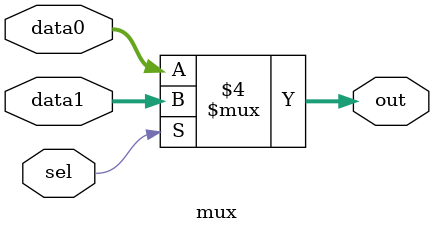
<source format=v>
`timescale 1ns / 1ps


module mux (
  input [31:0] data0,
  input [31:0] data1,
  input sel,
  output reg [31:0] out
);

  always @* begin
    if (sel == 1'b0) begin
      out = data0;
    end 
    else  begin
      out = data1;
    end
  end
  
endmodule


</source>
